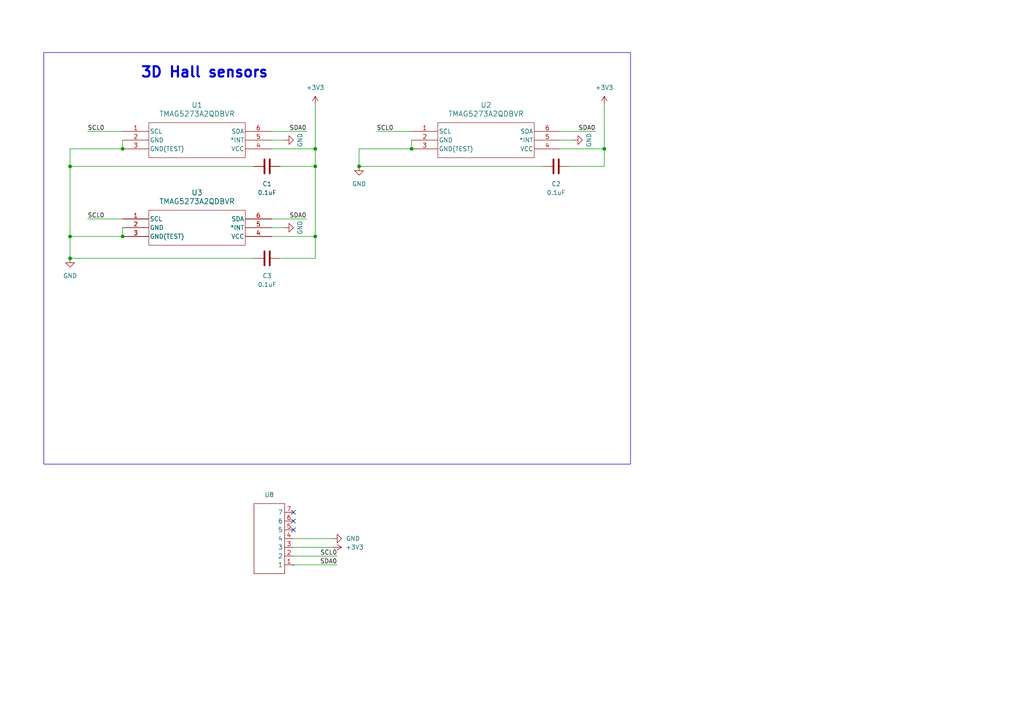
<source format=kicad_sch>
(kicad_sch (version 20230121) (generator eeschema)
  (paper "A4")
  (title_block (title "Index V1") (date "Feb 2024") (rev "V1") (company "CREATE Lab") (comment 1 "By Selina Bothner"))
  (lib_symbols
    (symbol "Device:C" (pin_numbers hide) (pin_names (offset 0.254))
      (property "Reference" "C" (at 0.635 2.54 0))
      (property "Value" "C" (at 0.635 -2.54 0))
      (symbol "C_0_1"
        (polyline (pts (xy -2.032 -0.762) (xy 2.032 -0.762)) (stroke (width 0.508)))
        (polyline (pts (xy -2.032 0.762) (xy 2.032 0.762)) (stroke (width 0.508)))
      )
      (symbol "C_1_1"
        (pin passive line (at 0 3.81 270) (length 2.794) (name "~") (number "1"))
        (pin passive line (at 0 -3.81 90) (length 2.794) (name "~") (number "2"))
      )
    )
    (symbol "MasterThesis_library:7Pin_FingerConnector_for_0527450797"
      (property "Reference" "U" (at 2.54 3.81 0))
      (symbol "7Pin_FingerConnector_for_0527450797_0_1"
        (rectangle (start 2.54 2.54) (end 11.43 -17.78))
      )
      (symbol "7Pin_FingerConnector_for_0527450797_1_1"
        (pin bidirectional line (at 0 0 0) (length 2.54) (name "1") (number "1"))
        (pin bidirectional line (at 0 -2.54 0) (length 2.54) (name "2") (number "2"))
        (pin bidirectional line (at 0 -5.08 0) (length 2.54) (name "3") (number "3"))
        (pin bidirectional line (at 0 -7.62 0) (length 2.54) (name "4") (number "4"))
        (pin bidirectional line (at 0 -10.16 0) (length 2.54) (name "5") (number "5"))
        (pin bidirectional line (at 0 -12.7 0) (length 2.54) (name "6") (number "6"))
        (pin bidirectional line (at 0 -15.24 0) (length 2.54) (name "7") (number "7"))
      )
    )
    (symbol "MasterThesis_library:TMAG5273A2QDBVR" (pin_names (offset 0.254))
      (property "Reference" "U" (at 19.05 10.16 0))
      (property "Value" "TMAG5273A2QDBVR" (at 19.05 7.62 0))
      (symbol "TMAG5273A2QDBVR_0_1"
        (polyline (pts (xy 7.62 -5.08) (xy 35.56 -5.08)) (stroke (width 0.127)))
        (polyline (pts (xy 7.62 5.08) (xy 7.62 -5.08)) (stroke (width 0.127)))
        (polyline (pts (xy 35.56 -5.08) (xy 35.56 5.08)) (stroke (width 0.127)))
        (polyline (pts (xy 35.56 5.08) (xy 7.62 5.08)) (stroke (width 0.127)))
        (pin bidirectional line (at 0 2.54 0) (length 7.62) (name "SCL") (number "1"))
        (pin power_out line (at 0 0 0) (length 7.62) (name "GND") (number "2"))
        (pin input line (at 0 -2.54 0) (length 7.62) (name "GND(TEST)") (number "3"))
        (pin power_in line (at 43.18 -2.54 180) (length 7.62) (name "VCC") (number "4"))
        (pin bidirectional line (at 43.18 0 180) (length 7.62) (name "*INT") (number "5"))
        (pin bidirectional line (at 43.18 2.54 180) (length 7.62) (name "SDA") (number "6"))
      )
    )
    (symbol "power:+3V3" (power) (pin_names (offset 0))
      (property "Value" "+3V3" (at 0 3.556 0))
      (symbol "+3V3_0_1"
        (polyline (pts (xy -0.762 1.27) (xy 0 2.54)))
        (polyline (pts (xy 0 0) (xy 0 2.54)))
        (polyline (pts (xy 0 2.54) (xy 0.762 1.27)))
      )
      (symbol "+3V3_1_1"
        (pin power_in line (at 0 0 90) (length 0) hide (name "+3V3") (number "1"))
      )
    )
    (symbol "power:GND" (power) (pin_names (offset 0))
      (property "Value" "GND" (at 0 -3.81 0))
      (symbol "GND_0_1"
        (polyline (pts (xy 0 0) (xy 0 -1.27) (xy 1.27 -1.27) (xy 0 -2.54) (xy -1.27 -1.27) (xy 0 -1.27)))
      )
      (symbol "GND_1_1"
        (pin power_in line (at 0 0 270) (length 0) hide (name "GND") (number "1"))
      )
    )
  )
  (junction (at 119.38 43.18))
  (junction (at 20.32 48.26))
  (junction (at 35.56 43.18))
  (junction (at 20.32 68.58))
  (junction (at 91.44 48.26))
  (junction (at 104.14 48.26))
  (junction (at 35.56 68.58))
  (junction (at 91.44 68.58))
  (junction (at 20.32 74.93))
  (junction (at 175.26 43.18))
  (junction (at 91.44 43.18))
  (no_connect (at 85.09 153.67))
  (no_connect (at 85.09 151.13))
  (no_connect (at 85.09 148.59))
  (wire (pts (xy 25.4 63.5) (xy 35.56 63.5)))
  (wire (pts (xy 157.48 48.26) (xy 104.14 48.26)))
  (wire (pts (xy 104.14 43.18) (xy 104.14 48.26)))
  (wire (pts (xy 20.32 68.58) (xy 35.56 68.58)))
  (wire (pts (xy 73.66 74.93) (xy 20.32 74.93)))
  (wire (pts (xy 81.28 74.93) (xy 91.44 74.93)))
  (wire (pts (xy 20.32 43.18) (xy 20.32 48.26)))
  (wire (pts (xy 35.56 40.64) (xy 35.56 43.18)))
  (wire (pts (xy 119.38 40.64) (xy 119.38 43.18)))
  (wire (pts (xy 175.26 30.48) (xy 175.26 43.18)))
  (wire (pts (xy 25.4 38.1) (xy 35.56 38.1)))
  (wire (pts (xy 165.1 48.26) (xy 175.26 48.26)))
  (wire (pts (xy 172.72 38.1) (xy 162.56 38.1)))
  (wire (pts (xy 78.74 40.64) (xy 82.55 40.64)))
  (wire (pts (xy 97.79 163.83) (xy 85.09 163.83)))
  (wire (pts (xy 96.52 156.21) (xy 85.09 156.21)))
  (wire (pts (xy 78.74 68.58) (xy 91.44 68.58)))
  (wire (pts (xy 91.44 48.26) (xy 91.44 43.18)))
  (wire (pts (xy 20.32 48.26) (xy 20.32 68.58)))
  (wire (pts (xy 91.44 30.48) (xy 91.44 43.18)))
  (wire (pts (xy 91.44 74.93) (xy 91.44 68.58)))
  (wire (pts (xy 20.32 68.58) (xy 20.32 74.93)))
  (wire (pts (xy 104.14 43.18) (xy 119.38 43.18)))
  (wire (pts (xy 175.26 48.26) (xy 175.26 43.18)))
  (wire (pts (xy 162.56 40.64) (xy 166.37 40.64)))
  (wire (pts (xy 88.9 38.1) (xy 78.74 38.1)))
  (wire (pts (xy 91.44 68.58) (xy 91.44 48.26)))
  (wire (pts (xy 162.56 43.18) (xy 175.26 43.18)))
  (wire (pts (xy 78.74 66.04) (xy 82.55 66.04)))
  (wire (pts (xy 85.09 158.75) (xy 96.52 158.75)))
  (wire (pts (xy 35.56 66.04) (xy 35.56 68.58)))
  (wire (pts (xy 20.32 43.18) (xy 35.56 43.18)))
  (wire (pts (xy 97.79 161.29) (xy 85.09 161.29)))
  (wire (pts (xy 88.9 63.5) (xy 78.74 63.5)))
  (wire (pts (xy 81.28 48.26) (xy 91.44 48.26)))
  (wire (pts (xy 109.22 38.1) (xy 119.38 38.1)))
  (wire (pts (xy 78.74 43.18) (xy 91.44 43.18)))
  (wire (pts (xy 73.66 48.26) (xy 20.32 48.26)))
  (rectangle (start 12.7 15.24) (end 182.88 134.62))
  (text "3D Hall sensors" (at 40.64 22.86 0) (effects (font (size 3 3) (thickness 0.6) bold) (justify left bottom)))
  (label "SDA0" (at 88.9 38.1 180))
  (label "SCL0" (at 97.79 161.29 180))
  (label "SDA0" (at 88.9 63.5 180))
  (label "SCL0" (at 25.4 63.5 0))
  (label "SCL0" (at 25.4 38.1 0))
  (label "SDA0" (at 97.79 163.83 180))
  (label "SDA0" (at 172.72 38.1 180))
  (label "SCL0" (at 109.22 38.1 0))
  (symbol (lib_id "MasterThesis_library:TMAG5273A2QDBVR") (at 35.56 66.04 0) (unit 1)
    (property "Reference" "U3" (at 57.15 55.88 0) (effects (font (size 1.524 1.524))))
    (property "Value" "TMAG5273A2QDBVR" (at 57.15 58.42 0) (effects (font (size 1.524 1.524))))
    (property "Footprint" "MasterThesis_library:TMAG5273A2" (effects hide))
    (property "Datasheet" "TMAG5273A2QDBVR" (effects hide))
  )
  (symbol (lib_id "power:+3V3") (at 91.44 30.48 0) (unit 1)
    (property "Reference" "#PWR02" (effects hide))
    (property "Value" "+3V3" (at 91.44 25.4 0))
  )
  (symbol (lib_id "MasterThesis_library:7Pin_FingerConnector_for_0527450797") (at 85.09 163.83 180) (unit 1)
    (property "Reference" "U8" (at 78.105 143.51 0))
    (property "Value" "~" (at 85.09 163.83 0))
    (property "Footprint" "MasterThesis_library:7Pin_FingerConnector_for 0527450797" (effects hide))
  )
  (symbol (lib_id "power:+3V3") (at 96.52 158.75 270) (unit 1)
    (property "Reference" "#PWR05" (effects hide))
    (property "Value" "+3V3" (at 102.87 158.75 90))
  )
  (symbol (lib_id "power:+3V3") (at 175.26 30.48 0) (unit 1)
    (property "Reference" "#PWR03" (effects hide))
    (property "Value" "+3V3" (at 175.26 25.4 0))
  )
  (symbol (lib_id "power:GND") (at 96.52 156.21 90) (unit 1)
    (property "Reference" "#PWR06" (effects hide))
    (property "Value" "GND" (at 100.33 156.21 90) (effects (justify right)))
  )
  (symbol (lib_id "Device:C") (at 77.47 48.26 270) (unit 1)
    (property "Reference" "C1" (at 77.47 53.34 90))
    (property "Value" "0.1uF" (at 77.47 55.88 90))
    (property "Footprint" "Capacitor_SMD:C_0402_1005Metric_Pad0.74x0.62mm_HandSolder" (effects hide))
  )
  (symbol (lib_id "power:GND") (at 20.32 74.93 0) (unit 1)
    (property "Reference" "#PWR01" (effects hide))
    (property "Value" "GND" (at 20.32 80.01 0))
  )
  (symbol (lib_id "power:GND") (at 82.55 66.04 90) (unit 1)
    (property "Reference" "#PWR09" (effects hide))
    (property "Value" "GND" (at 86.995 66.04 0))
  )
  (symbol (lib_id "power:GND") (at 166.37 40.64 90) (unit 1)
    (property "Reference" "#PWR015" (effects hide))
    (property "Value" "GND" (at 170.815 40.64 0))
  )
  (symbol (lib_id "power:GND") (at 82.55 40.64 90) (unit 1)
    (property "Reference" "#PWR08" (effects hide))
    (property "Value" "GND" (at 86.995 40.64 0))
  )
  (symbol (lib_id "MasterThesis_library:TMAG5273A2QDBVR") (at 35.56 40.64 0) (unit 1)
    (property "Reference" "U1" (at 57.15 30.48 0) (effects (font (size 1.524 1.524))))
    (property "Value" "TMAG5273A2QDBVR" (at 57.15 33.02 0) (effects (font (size 1.524 1.524))))
    (property "Footprint" "MasterThesis_library:TMAG5273A2" (effects hide))
    (property "Datasheet" "TMAG5273A2QDBVR" (effects hide))
  )
  (symbol (lib_id "Device:C") (at 161.29 48.26 270) (unit 1)
    (property "Reference" "C2" (at 161.29 53.34 90))
    (property "Value" "0.1uF" (at 161.29 55.88 90))
    (property "Footprint" "Capacitor_SMD:C_0402_1005Metric_Pad0.74x0.62mm_HandSolder" (effects hide))
  )
  (symbol (lib_id "Device:C") (at 77.47 74.93 270) (unit 1)
    (property "Reference" "C3" (at 77.47 80.01 90))
    (property "Value" "0.1uF" (at 77.47 82.55 90))
    (property "Footprint" "Capacitor_SMD:C_0402_1005Metric_Pad0.74x0.62mm_HandSolder" (effects hide))
  )
  (symbol (lib_id "power:GND") (at 104.14 48.26 0) (unit 1)
    (property "Reference" "#PWR04" (effects hide))
    (property "Value" "GND" (at 104.14 53.34 0))
  )
  (symbol (lib_id "MasterThesis_library:TMAG5273A2QDBVR") (at 119.38 40.64 0) (unit 1)
    (property "Reference" "U2" (at 140.97 30.48 0) (effects (font (size 1.524 1.524))))
    (property "Value" "TMAG5273A2QDBVR" (at 140.97 33.02 0) (effects (font (size 1.524 1.524))))
    (property "Footprint" "MasterThesis_library:TMAG5273A2" (effects hide))
    (property "Datasheet" "TMAG5273A2QDBVR" (effects hide))
  )
)
</source>
